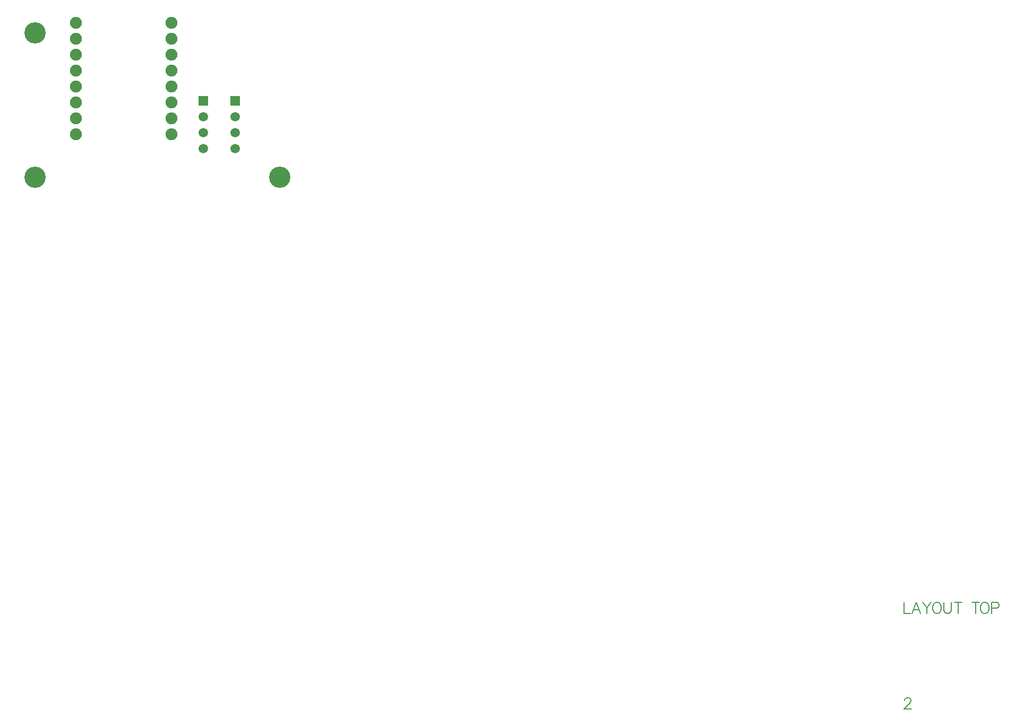
<source format=gbr>
%TF.GenerationSoftware,Altium Limited,Altium Designer,24.8.2 (39)*%
G04 Layer_Physical_Order=1*
G04 Layer_Color=255*
%FSLAX45Y45*%
%MOMM*%
%TF.SameCoordinates,AEF890BE-CC7D-4D31-97F1-A5BAF979AF91*%
%TF.FilePolarity,Positive*%
%TF.FileFunction,Copper,L1,Top,Signal*%
%TF.Part,Single*%
G01*
G75*
%TA.AperFunction,NonConductor*%
%ADD10C,0.17780*%
%TA.AperFunction,ViaPad*%
%ADD11C,3.40000*%
%TA.AperFunction,ComponentPad*%
%ADD12C,1.50000*%
%ADD13R,1.50000X1.50000*%
%ADD14C,1.90500*%
D10*
X26162000Y2412962D02*
Y2235200D01*
X26263577D01*
X26418484D02*
X26350766Y2412962D01*
X26283047Y2235200D01*
X26308441Y2294454D02*
X26393091D01*
X26459964Y2412962D02*
X26527682Y2328313D01*
Y2235200D01*
X26595401Y2412962D02*
X26527682Y2328313D01*
X26669046Y2412962D02*
X26652115Y2404497D01*
X26635184Y2387567D01*
X26626721Y2370638D01*
X26618256Y2345243D01*
Y2302919D01*
X26626721Y2277524D01*
X26635184Y2260595D01*
X26652115Y2243665D01*
X26669046Y2235200D01*
X26702905D01*
X26719833Y2243665D01*
X26736765Y2260595D01*
X26745227Y2277524D01*
X26753693Y2302919D01*
Y2345243D01*
X26745227Y2370638D01*
X26736765Y2387567D01*
X26719833Y2404497D01*
X26702905Y2412962D01*
X26669046D01*
X26795172D02*
Y2285989D01*
X26803635Y2260595D01*
X26820566Y2243665D01*
X26845959Y2235200D01*
X26862891D01*
X26888284Y2243665D01*
X26905215Y2260595D01*
X26913678Y2285989D01*
Y2412962D01*
X27022028D02*
Y2235200D01*
X26962775Y2412962D02*
X27081284D01*
X27301370D02*
Y2235200D01*
X27242114Y2412962D02*
X27360623D01*
X27432574D02*
X27415646Y2404497D01*
X27398715Y2387567D01*
X27390250Y2370638D01*
X27381784Y2345243D01*
Y2302919D01*
X27390250Y2277524D01*
X27398715Y2260595D01*
X27415646Y2243665D01*
X27432574Y2235200D01*
X27466434D01*
X27483362Y2243665D01*
X27500293Y2260595D01*
X27508759Y2277524D01*
X27517224Y2302919D01*
Y2345243D01*
X27508759Y2370638D01*
X27500293Y2387567D01*
X27483362Y2404497D01*
X27466434Y2412962D01*
X27432574D01*
X27558701Y2319849D02*
X27634885D01*
X27660278Y2328313D01*
X27668744Y2336778D01*
X27677209Y2353708D01*
Y2379102D01*
X27668744Y2396032D01*
X27660278Y2404497D01*
X27634885Y2412962D01*
X27558701D01*
Y2235200D01*
X26170465Y846638D02*
Y855102D01*
X26178931Y872032D01*
X26187396Y880497D01*
X26204324Y888962D01*
X26238184D01*
X26255112Y880497D01*
X26263577Y872032D01*
X26272043Y855102D01*
Y838173D01*
X26263577Y821243D01*
X26246649Y795849D01*
X26162000Y711200D01*
X26280508D01*
D11*
X16200000Y9200000D02*
D03*
X12300000D02*
D03*
Y11500000D02*
D03*
D12*
X15494000Y9652000D02*
D03*
Y9906000D02*
D03*
Y10160000D02*
D03*
X14986000Y9652000D02*
D03*
Y9906000D02*
D03*
Y10160000D02*
D03*
D13*
X15494000Y10414000D02*
D03*
X14986000D02*
D03*
D14*
X12953999Y11658000D02*
D03*
Y11404000D02*
D03*
Y11150000D02*
D03*
Y10896000D02*
D03*
Y10642000D02*
D03*
Y10388000D02*
D03*
Y10134000D02*
D03*
Y9880000D02*
D03*
X14478000D02*
D03*
Y10134000D02*
D03*
Y10388000D02*
D03*
Y10642000D02*
D03*
Y10896000D02*
D03*
Y11150000D02*
D03*
Y11404000D02*
D03*
Y11658000D02*
D03*
%TF.MD5,fe47a70abba4d625a44ba48136092712*%
M02*

</source>
